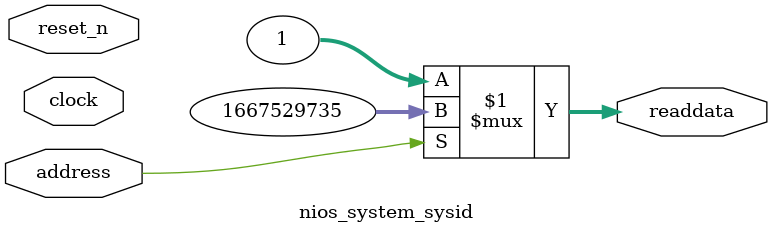
<source format=v>



// synthesis translate_off
`timescale 1ns / 1ps
// synthesis translate_on

// turn off superfluous verilog processor warnings 
// altera message_level Level1 
// altera message_off 10034 10035 10036 10037 10230 10240 10030 

module nios_system_sysid (
               // inputs:
                address,
                clock,
                reset_n,

               // outputs:
                readdata
             )
;

  output  [ 31: 0] readdata;
  input            address;
  input            clock;
  input            reset_n;

  wire    [ 31: 0] readdata;
  //control_slave, which is an e_avalon_slave
  assign readdata = address ? 1667529735 : 1;

endmodule



</source>
